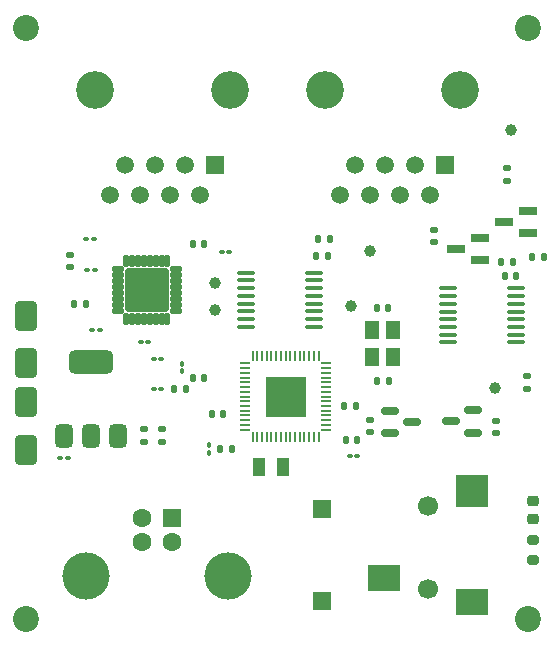
<source format=gbr>
%TF.GenerationSoftware,KiCad,Pcbnew,9.0.7*%
%TF.CreationDate,2026-01-18T11:35:40-05:00*%
%TF.ProjectId,digirig_icom,64696769-7269-4675-9f69-636f6d2e6b69,rev?*%
%TF.SameCoordinates,Original*%
%TF.FileFunction,Soldermask,Top*%
%TF.FilePolarity,Negative*%
%FSLAX46Y46*%
G04 Gerber Fmt 4.6, Leading zero omitted, Abs format (unit mm)*
G04 Created by KiCad (PCBNEW 9.0.7) date 2026-01-18 11:35:40*
%MOMM*%
%LPD*%
G01*
G04 APERTURE LIST*
G04 Aperture macros list*
%AMRoundRect*
0 Rectangle with rounded corners*
0 $1 Rounding radius*
0 $2 $3 $4 $5 $6 $7 $8 $9 X,Y pos of 4 corners*
0 Add a 4 corners polygon primitive as box body*
4,1,4,$2,$3,$4,$5,$6,$7,$8,$9,$2,$3,0*
0 Add four circle primitives for the rounded corners*
1,1,$1+$1,$2,$3*
1,1,$1+$1,$4,$5*
1,1,$1+$1,$6,$7*
1,1,$1+$1,$8,$9*
0 Add four rect primitives between the rounded corners*
20,1,$1+$1,$2,$3,$4,$5,0*
20,1,$1+$1,$4,$5,$6,$7,0*
20,1,$1+$1,$6,$7,$8,$9,0*
20,1,$1+$1,$8,$9,$2,$3,0*%
G04 Aperture macros list end*
%ADD10RoundRect,0.100000X-0.130000X-0.100000X0.130000X-0.100000X0.130000X0.100000X-0.130000X0.100000X0*%
%ADD11C,3.200000*%
%ADD12R,1.500000X1.500000*%
%ADD13C,1.500000*%
%ADD14RoundRect,0.140000X-0.140000X-0.170000X0.140000X-0.170000X0.140000X0.170000X-0.140000X0.170000X0*%
%ADD15RoundRect,0.100000X-0.637500X-0.100000X0.637500X-0.100000X0.637500X0.100000X-0.637500X0.100000X0*%
%ADD16C,2.200000*%
%ADD17C,1.000000*%
%ADD18RoundRect,0.100000X0.100000X-0.130000X0.100000X0.130000X-0.100000X0.130000X-0.100000X-0.130000X0*%
%ADD19RoundRect,0.140000X0.140000X0.170000X-0.140000X0.170000X-0.140000X-0.170000X0.140000X-0.170000X0*%
%ADD20RoundRect,0.135000X-0.185000X0.135000X-0.185000X-0.135000X0.185000X-0.135000X0.185000X0.135000X0*%
%ADD21RoundRect,0.135000X0.185000X-0.135000X0.185000X0.135000X-0.185000X0.135000X-0.185000X-0.135000X0*%
%ADD22RoundRect,0.135000X0.135000X0.185000X-0.135000X0.185000X-0.135000X-0.185000X0.135000X-0.185000X0*%
%ADD23C,1.700000*%
%ADD24R,2.800000X2.200000*%
%ADD25R,2.800000X2.800000*%
%ADD26RoundRect,0.250000X-0.650000X1.000000X-0.650000X-1.000000X0.650000X-1.000000X0.650000X1.000000X0*%
%ADD27RoundRect,0.200000X0.275000X-0.200000X0.275000X0.200000X-0.275000X0.200000X-0.275000X-0.200000X0*%
%ADD28RoundRect,0.100000X0.130000X0.100000X-0.130000X0.100000X-0.130000X-0.100000X0.130000X-0.100000X0*%
%ADD29RoundRect,0.375000X0.375000X-0.625000X0.375000X0.625000X-0.375000X0.625000X-0.375000X-0.625000X0*%
%ADD30RoundRect,0.500000X1.400000X-0.500000X1.400000X0.500000X-1.400000X0.500000X-1.400000X-0.500000X0*%
%ADD31R,0.850000X0.200000*%
%ADD32R,0.200000X0.850000*%
%ADD33R,3.450000X3.450000*%
%ADD34RoundRect,0.150000X0.587500X0.150000X-0.587500X0.150000X-0.587500X-0.150000X0.587500X-0.150000X0*%
%ADD35RoundRect,0.135000X-0.135000X-0.185000X0.135000X-0.185000X0.135000X0.185000X-0.135000X0.185000X0*%
%ADD36RoundRect,0.250000X0.650000X-1.000000X0.650000X1.000000X-0.650000X1.000000X-0.650000X-1.000000X0*%
%ADD37RoundRect,0.059250X0.462750X0.177750X-0.462750X0.177750X-0.462750X-0.177750X0.462750X-0.177750X0*%
%ADD38RoundRect,0.059250X0.177750X0.462750X-0.177750X0.462750X-0.177750X-0.462750X0.177750X-0.462750X0*%
%ADD39RoundRect,0.102000X1.725000X1.725000X-1.725000X1.725000X-1.725000X-1.725000X1.725000X-1.725000X0*%
%ADD40R,1.600000X1.600000*%
%ADD41C,1.600000*%
%ADD42C,4.000000*%
%ADD43RoundRect,0.102000X0.525000X0.650000X-0.525000X0.650000X-0.525000X-0.650000X0.525000X-0.650000X0*%
%ADD44R,1.000000X1.600000*%
%ADD45RoundRect,0.070000X0.650000X0.300000X-0.650000X0.300000X-0.650000X-0.300000X0.650000X-0.300000X0*%
%ADD46RoundRect,0.150000X-0.587500X-0.150000X0.587500X-0.150000X0.587500X0.150000X-0.587500X0.150000X0*%
%ADD47RoundRect,0.218750X0.256250X-0.218750X0.256250X0.218750X-0.256250X0.218750X-0.256250X-0.218750X0*%
G04 APERTURE END LIST*
D10*
%TO.C,C19*%
X17880000Y-51400000D03*
X18520000Y-51400000D03*
%TD*%
%TO.C,C14*%
X24680000Y-41600000D03*
X25320000Y-41600000D03*
%TD*%
D11*
%TO.C,J2*%
X51750000Y-20250000D03*
X40320000Y-20250000D03*
D12*
X50480000Y-26600000D03*
D13*
X49210000Y-29140000D03*
X47940000Y-26600000D03*
X46670000Y-29140000D03*
X45400000Y-26600000D03*
X44130000Y-29140000D03*
X42860000Y-26600000D03*
X41590000Y-29140000D03*
%TD*%
D14*
%TO.C,C9*%
X39540000Y-34300000D03*
X40500000Y-34300000D03*
%TD*%
D15*
%TO.C,U3*%
X33637500Y-35725000D03*
X33637500Y-36375000D03*
X33637500Y-37025000D03*
X33637500Y-37675000D03*
X33637500Y-38325000D03*
X33637500Y-38975000D03*
X33637500Y-39625000D03*
X33637500Y-40275000D03*
X39362500Y-40275000D03*
X39362500Y-39625000D03*
X39362500Y-38975000D03*
X39362500Y-38325000D03*
X39362500Y-37675000D03*
X39362500Y-37025000D03*
X39362500Y-36375000D03*
X39362500Y-35725000D03*
%TD*%
D16*
%TO.C,REF\u002A\u002A*%
X15000000Y-15000000D03*
%TD*%
D17*
%TO.C,TP3*%
X44100000Y-33900000D03*
%TD*%
D18*
%TO.C,C2*%
X28200000Y-44075000D03*
X28200000Y-43435000D03*
%TD*%
D19*
%TO.C,C6*%
X28500000Y-45600000D03*
X27540000Y-45600000D03*
%TD*%
D10*
%TO.C,C1*%
X42380000Y-51200000D03*
X43020000Y-51200000D03*
%TD*%
D20*
%TO.C,R9*%
X18700000Y-34190000D03*
X18700000Y-35210000D03*
%TD*%
D16*
%TO.C,REF\u002A\u002A*%
X57500000Y-15000000D03*
%TD*%
D21*
%TO.C,R14*%
X54800000Y-49320000D03*
X54800000Y-48300000D03*
%TD*%
%TO.C,R6*%
X44100000Y-49220000D03*
X44100000Y-48200000D03*
%TD*%
D22*
%TO.C,R10*%
X20020000Y-38400000D03*
X19000000Y-38400000D03*
%TD*%
D23*
%TO.C,CON2*%
X49000000Y-62500000D03*
X49000000Y-55500000D03*
D24*
X52700000Y-63600000D03*
D25*
X52700000Y-54200000D03*
D24*
X45300000Y-61600000D03*
%TD*%
D10*
%TO.C,C16*%
X31535000Y-34000000D03*
X32175000Y-34000000D03*
%TD*%
D17*
%TO.C,TP2*%
X31000000Y-38900000D03*
%TD*%
D15*
%TO.C,U2*%
X50700000Y-37050000D03*
X50700000Y-37700000D03*
X50700000Y-38350000D03*
X50700000Y-39000000D03*
X50700000Y-39650000D03*
X50700000Y-40300000D03*
X50700000Y-40950000D03*
X50700000Y-41600000D03*
X56425000Y-41600000D03*
X56425000Y-40950000D03*
X56425000Y-40300000D03*
X56425000Y-39650000D03*
X56425000Y-39000000D03*
X56425000Y-38350000D03*
X56425000Y-37700000D03*
X56425000Y-37050000D03*
%TD*%
D26*
%TO.C,D1*%
X15000000Y-46700000D03*
X15000000Y-50700000D03*
%TD*%
D27*
%TO.C,R15*%
X57900000Y-60025000D03*
X57900000Y-58375000D03*
%TD*%
D19*
%TO.C,C11*%
X56460000Y-36000000D03*
X55500000Y-36000000D03*
%TD*%
D21*
%TO.C,R2*%
X55700000Y-27910000D03*
X55700000Y-26890000D03*
%TD*%
D28*
%TO.C,C13*%
X21240000Y-40600000D03*
X20600000Y-40600000D03*
%TD*%
D29*
%TO.C,U4*%
X18200000Y-49550000D03*
X20500000Y-49550000D03*
D30*
X20500000Y-43250000D03*
D29*
X22800000Y-49550000D03*
%TD*%
D16*
%TO.C,REF\u002A\u002A*%
X57500000Y-65000000D03*
%TD*%
D17*
%TO.C,TP5*%
X54700000Y-45500000D03*
%TD*%
D19*
%TO.C,C4*%
X30080000Y-44600000D03*
X29120000Y-44600000D03*
%TD*%
D11*
%TO.C,J1*%
X32250000Y-20250000D03*
X20820000Y-20250000D03*
D12*
X30980000Y-26600000D03*
D13*
X29710000Y-29140000D03*
X28440000Y-26600000D03*
X27170000Y-29140000D03*
X25900000Y-26600000D03*
X24630000Y-29140000D03*
X23360000Y-26600000D03*
X22090000Y-29140000D03*
%TD*%
D31*
%TO.C,IC1*%
X40400000Y-49000000D03*
X40400000Y-48600000D03*
X40400000Y-48200000D03*
X40400000Y-47800000D03*
X40400000Y-47400000D03*
X40400000Y-47000000D03*
X40400000Y-46600000D03*
X40400000Y-46200000D03*
X40400000Y-45800000D03*
X40400000Y-45400000D03*
X40400000Y-45000000D03*
X40400000Y-44600000D03*
X40400000Y-44200000D03*
X40400000Y-43800000D03*
X40400000Y-43400000D03*
D32*
X39750000Y-42750000D03*
X39350000Y-42750000D03*
X38950000Y-42750000D03*
X38550000Y-42750000D03*
X38150000Y-42750000D03*
X37750000Y-42750000D03*
X37350000Y-42750000D03*
X36950000Y-42750000D03*
X36550000Y-42750000D03*
X36150000Y-42750000D03*
X35750000Y-42750000D03*
X35350000Y-42750000D03*
X34950000Y-42750000D03*
X34550000Y-42750000D03*
X34150000Y-42750000D03*
D31*
X33500000Y-43400000D03*
X33500000Y-43800000D03*
X33500000Y-44200000D03*
X33500000Y-44600000D03*
X33500000Y-45000000D03*
X33500000Y-45400000D03*
X33500000Y-45800000D03*
X33500000Y-46200000D03*
X33500000Y-46600000D03*
X33500000Y-47000000D03*
X33500000Y-47400000D03*
X33500000Y-47800000D03*
X33500000Y-48200000D03*
X33500000Y-48600000D03*
X33500000Y-49000000D03*
D32*
X34150000Y-49650000D03*
X34550000Y-49650000D03*
X34950000Y-49650000D03*
X35350000Y-49650000D03*
X35750000Y-49650000D03*
X36150000Y-49650000D03*
X36550000Y-49650000D03*
X36950000Y-49650000D03*
X37350000Y-49650000D03*
X37750000Y-49650000D03*
X38150000Y-49650000D03*
X38550000Y-49650000D03*
X38950000Y-49650000D03*
X39350000Y-49650000D03*
X39750000Y-49650000D03*
D33*
X36950000Y-46200000D03*
%TD*%
D22*
%TO.C,R13*%
X42910000Y-47000000D03*
X41890000Y-47000000D03*
%TD*%
D34*
%TO.C,Q3*%
X52837500Y-49250000D03*
X52837500Y-47350000D03*
X50962500Y-48300000D03*
%TD*%
D20*
%TO.C,R5*%
X57400000Y-44500000D03*
X57400000Y-45520000D03*
%TD*%
D12*
%TO.C,SW1*%
X40000000Y-55750000D03*
X40000000Y-63550000D03*
%TD*%
D20*
%TO.C,R12*%
X25000000Y-48990000D03*
X25000000Y-50010000D03*
%TD*%
D35*
%TO.C,R7*%
X39680000Y-32900000D03*
X40700000Y-32900000D03*
%TD*%
D36*
%TO.C,D2*%
X15000000Y-43400000D03*
X15000000Y-39400000D03*
%TD*%
D22*
%TO.C,R1*%
X32400000Y-50600000D03*
X31380000Y-50600000D03*
%TD*%
D37*
%TO.C,U1*%
X27635000Y-38925000D03*
X27635000Y-38425000D03*
X27635000Y-37925000D03*
X27635000Y-37425000D03*
X27635000Y-36925000D03*
X27635000Y-36425000D03*
X27635000Y-35925000D03*
X27635000Y-35425000D03*
D38*
X26950000Y-34740000D03*
X26450000Y-34740000D03*
X25950000Y-34740000D03*
X25450000Y-34740000D03*
X24950000Y-34740000D03*
X24450000Y-34740000D03*
X23950000Y-34740000D03*
X23450000Y-34740000D03*
D37*
X22765000Y-35425000D03*
X22765000Y-35925000D03*
X22765000Y-36425000D03*
X22765000Y-36925000D03*
X22765000Y-37425000D03*
X22765000Y-37925000D03*
X22765000Y-38425000D03*
X22765000Y-38925000D03*
D38*
X23450000Y-39610000D03*
X23950000Y-39610000D03*
X24450000Y-39610000D03*
X24950000Y-39610000D03*
X25450000Y-39610000D03*
X25950000Y-39610000D03*
X26450000Y-39610000D03*
X26950000Y-39610000D03*
D39*
X25200000Y-37175000D03*
%TD*%
D14*
%TO.C,C21*%
X30720000Y-47700000D03*
X31680000Y-47700000D03*
%TD*%
D10*
%TO.C,C15*%
X20160000Y-35500000D03*
X20800000Y-35500000D03*
%TD*%
D40*
%TO.C,J3*%
X27300000Y-56500000D03*
D41*
X24800000Y-56500000D03*
X24800000Y-58500000D03*
X27300000Y-58500000D03*
D42*
X32050000Y-61360000D03*
X20050000Y-61360000D03*
%TD*%
D20*
%TO.C,R11*%
X26500000Y-48990000D03*
X26500000Y-50010000D03*
%TD*%
D18*
%TO.C,C3*%
X30500000Y-50940000D03*
X30500000Y-50300000D03*
%TD*%
D17*
%TO.C,TP4*%
X56000000Y-23600000D03*
%TD*%
D22*
%TO.C,R4*%
X58820000Y-34400000D03*
X57800000Y-34400000D03*
%TD*%
D17*
%TO.C,TP1*%
X31000000Y-36600000D03*
%TD*%
D43*
%TO.C,Y1*%
X46040000Y-42850000D03*
X46040000Y-40550000D03*
X44290000Y-40550000D03*
X44290000Y-42850000D03*
%TD*%
D16*
%TO.C,REF\u002A\u002A*%
X15000000Y-65000000D03*
%TD*%
D22*
%TO.C,R3*%
X56220000Y-34800000D03*
X55200000Y-34800000D03*
%TD*%
D14*
%TO.C,C20*%
X29120000Y-33300000D03*
X30080000Y-33300000D03*
%TD*%
D28*
%TO.C,C17*%
X20720000Y-32900000D03*
X20080000Y-32900000D03*
%TD*%
%TO.C,C12*%
X26420000Y-43000000D03*
X25780000Y-43000000D03*
%TD*%
D20*
%TO.C,R8*%
X49500000Y-32090000D03*
X49500000Y-33110000D03*
%TD*%
D44*
%TO.C,L1*%
X34700000Y-52200000D03*
X36700000Y-52200000D03*
%TD*%
D14*
%TO.C,C8*%
X44700000Y-38700000D03*
X45660000Y-38700000D03*
%TD*%
D45*
%TO.C,Q1*%
X53450000Y-34650000D03*
X53450000Y-32750000D03*
X51350000Y-33700000D03*
%TD*%
D14*
%TO.C,C5*%
X42040000Y-49900000D03*
X43000000Y-49900000D03*
%TD*%
D19*
%TO.C,C10*%
X45680000Y-44900000D03*
X44720000Y-44900000D03*
%TD*%
D45*
%TO.C,Q2*%
X57500000Y-32350000D03*
X57500000Y-30450000D03*
X55400000Y-31400000D03*
%TD*%
D46*
%TO.C,Q4*%
X45800000Y-47400000D03*
X45800000Y-49300000D03*
X47675000Y-48350000D03*
%TD*%
D47*
%TO.C,D3*%
X57900000Y-56587500D03*
X57900000Y-55012500D03*
%TD*%
D17*
%TO.C,TP6*%
X42500000Y-38500000D03*
%TD*%
D10*
%TO.C,C18*%
X25800000Y-45600000D03*
X26440000Y-45600000D03*
%TD*%
M02*

</source>
